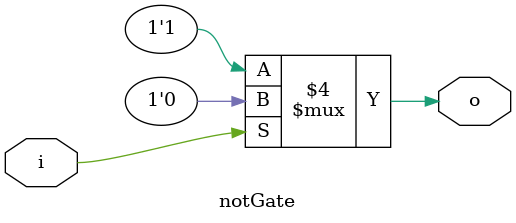
<source format=sv>


module tb_not;
  reg i;
  wire o;
  initial begin
    $dumpfile("dump.vcd");
    $dumpvars(1, tb_not);
    #00 i = 0;
    #10 i = 1;
    #10 i = 0;
    #10 i = 1;
    #10 $stop;
  end
  notGate U1(o, i);
endmodule

// Design

module notGate(output reg o, input i);
  always @ (i) begin
    if (i == 0)
      #1 o = 1;
    else
      #1 o = 0;
  end
endmodule

// Code by arcenter
// https://github.com/arcenter/UniCode/

</source>
